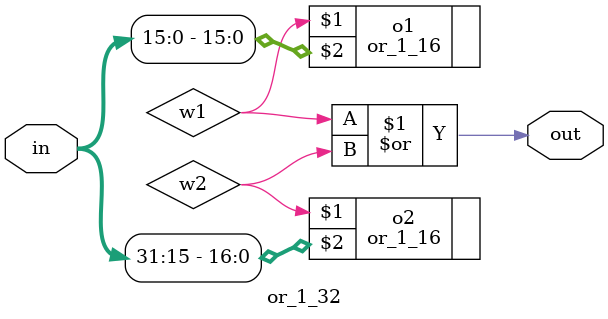
<source format=v>
module or_1_32(out,in);
	input[31:0] in;
	output out;
	wire w1,w2;
	or_1_16 o1(w1,in[15:0]);
	or_1_16 o2(w2,in[31:15]);
	or o3(out,w1,w2);
endmodule

</source>
